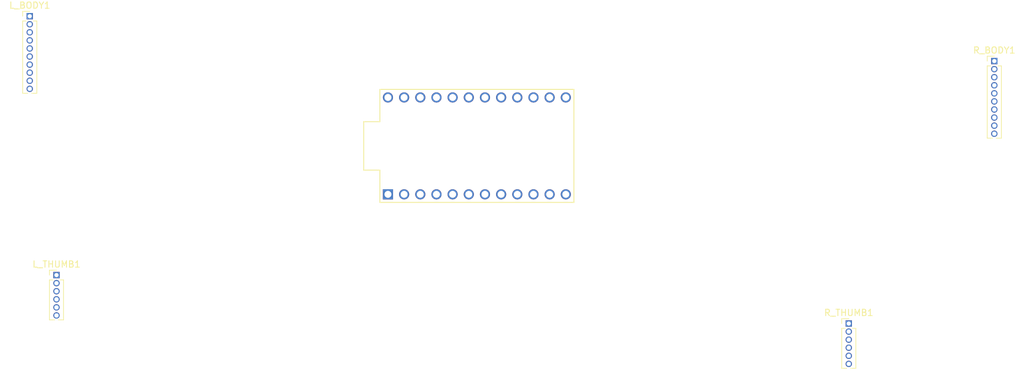
<source format=kicad_pcb>
(kicad_pcb (version 20211014) (generator pcbnew)
  (layers (0 "F.Cu" signal) (31 "B.Cu" signal) (34 "B.Paste" user) (35 "F.Paste" user) (36 "B.SilkS" user "B.Silkscreen") (37 "F.SilkS" user "F.Silkscreen") (38 "B.Mask" user) (39 "F.Mask" user) (44 "Edge.Cuts" user))
  (net 0 "")
  (net 1 "/D3")
  (net 2 "/D2")
  (net 3 "/D1")
  (net 4 "/D0")
  (net 5 "/D4")
  (net 6 "/C6")
  (net 7 "/D7")
  (net 8 "/E6")
  (net 9 "/B4")
  (net 10 "/B5")
  (net 11 "/F5")
  (net 12 "/B6")
  (net 13 "/B2")
  (net 14 "/B3")
  (net 15 "/B1")
  (net 16 "/F7")
  (net 17 "/F6")
  (net 20 "/RAW")
  (net 21 "GNDREF")
  (net 22 "/RES")
  (net 23 "/VCC")
  (net 24 "/F4")
  (footprint "Connector_PinHeader_1.27mm:PinHeader_1x10_P1.27mm_Vertical" (layer "F.Cu") (at 223.52 93.335)
    (fp_text reference "R_BODY1" (at 0 -1.695) (layer "F.SilkS"))
    (fp_text value "Conn_01x10")
    (fp_line (start -1.11 0) (end -1.11 -0.76) (layer "F.SilkS") (width 0.12))
    (fp_line (start 0.563471 0.76) (end 1.11 0.76) (layer "F.SilkS") (width 0.12))
    (fp_line (start 1.11 0.76) (end 1.11 12.125) (layer "F.SilkS") (width 0.12))
    (fp_line (start -1.11 12.125) (end -0.30753 12.125) (layer "F.SilkS") (width 0.12))
    (fp_line (start 0.30753 12.125) (end 1.11 12.125) (layer "F.SilkS") (width 0.12))
    (fp_line (start -1.11 -0.76) (end 0 -0.76) (layer "F.SilkS") (width 0.12))
    (fp_line (start -1.11 0.76) (end -0.563471 0.76) (layer "F.SilkS") (width 0.12))
    (fp_line (start -1.11 0.76) (end -1.11 12.125) (layer "F.SilkS") (width 0.12))
    (pad "1" thru_hole rect (at 0 0) (size 1 1) (drill 0.65) (layers *.Cu *.Mask) (net 1 "/D3"))
    (pad "2" thru_hole oval (at 0 1.27) (size 1 1) (drill 0.65) (layers *.Cu *.Mask) (net 2 "/D2"))
    (pad "3" thru_hole oval (at 0 2.54) (size 1 1) (drill 0.65) (layers *.Cu *.Mask) (net 3 "/D1"))
    (pad "4" thru_hole oval (at 0 3.81) (size 1 1) (drill 0.65) (layers *.Cu *.Mask) (net 4 "/D0"))
    (pad "5" thru_hole oval (at 0 5.08) (size 1 1) (drill 0.65) (layers *.Cu *.Mask) (net 12 "/B6"))
    (pad "6" thru_hole oval (at 0 6.35) (size 1 1) (drill 0.65) (layers *.Cu *.Mask) (net 13 "/B2"))
    (pad "7" thru_hole oval (at 0 7.62) (size 1 1) (drill 0.65) (layers *.Cu *.Mask) (net 14 "/B3"))
    (pad "8" thru_hole oval (at 0 8.89) (size 1 1) (drill 0.65) (layers *.Cu *.Mask) (net 15 "/B1"))
    (pad "9" thru_hole oval (at 0 10.16) (size 1 1) (drill 0.65) (layers *.Cu *.Mask) (net 16 "/F7"))
    (pad "10" thru_hole oval (at 0 11.43) (size 1 1) (drill 0.65) (layers *.Cu *.Mask) (net 17 "/F6"))
  )
  (footprint "Connector_PinHeader_1.27mm:PinHeader_1x10_P1.27mm_Vertical" (layer "F.Cu") (at 72 86.275)
    (fp_text reference "L_BODY1" (at 0 -1.695) (layer "F.SilkS"))
    (fp_text value "Conn_01x10")
    (fp_line (start -1.11 0.76) (end -1.11 12.125) (layer "F.SilkS") (width 0.12))
    (fp_line (start -1.11 0) (end -1.11 -0.76) (layer "F.SilkS") (width 0.12))
    (fp_line (start 0.563471 0.76) (end 1.11 0.76) (layer "F.SilkS") (width 0.12))
    (fp_line (start -1.11 -0.76) (end 0 -0.76) (layer "F.SilkS") (width 0.12))
    (fp_line (start -1.11 0.76) (end -0.563471 0.76) (layer "F.SilkS") (width 0.12))
    (fp_line (start 1.11 0.76) (end 1.11 12.125) (layer "F.SilkS") (width 0.12))
    (fp_line (start 0.30753 12.125) (end 1.11 12.125) (layer "F.SilkS") (width 0.12))
    (fp_line (start -1.11 12.125) (end -0.30753 12.125) (layer "F.SilkS") (width 0.12))
    (pad "1" thru_hole rect (at 0 0) (size 1 1) (drill 0.65) (layers *.Cu *.Mask) (net 1 "/D3"))
    (pad "2" thru_hole oval (at 0 1.27) (size 1 1) (drill 0.65) (layers *.Cu *.Mask) (net 2 "/D2"))
    (pad "3" thru_hole oval (at 0 2.54) (size 1 1) (drill 0.65) (layers *.Cu *.Mask) (net 3 "/D1"))
    (pad "4" thru_hole oval (at 0 3.81) (size 1 1) (drill 0.65) (layers *.Cu *.Mask) (net 4 "/D0"))
    (pad "5" thru_hole oval (at 0 5.08) (size 1 1) (drill 0.65) (layers *.Cu *.Mask) (net 5 "/D4"))
    (pad "6" thru_hole oval (at 0 6.35) (size 1 1) (drill 0.65) (layers *.Cu *.Mask) (net 6 "/C6"))
    (pad "7" thru_hole oval (at 0 7.62) (size 1 1) (drill 0.65) (layers *.Cu *.Mask) (net 7 "/D7"))
    (pad "8" thru_hole oval (at 0 8.89) (size 1 1) (drill 0.65) (layers *.Cu *.Mask) (net 8 "/E6"))
    (pad "9" thru_hole oval (at 0 10.16) (size 1 1) (drill 0.65) (layers *.Cu *.Mask) (net 9 "/B4"))
    (pad "10" thru_hole oval (at 0 11.43) (size 1 1) (drill 0.65) (layers *.Cu *.Mask) (net 10 "/B5"))
  )
  (footprint "Connector_PinHeader_1.27mm:PinHeader_1x06_P1.27mm_Vertical" (layer "F.Cu") (at 76.2 127)
    (fp_text reference "L_THUMB1" (at 0 -1.695) (layer "F.SilkS"))
    (fp_text value "Conn_01x06")
    (fp_line (start -1.11 0.76) (end -1.11 7.045) (layer "F.SilkS") (width 0.12))
    (fp_line (start -1.11 0.76) (end -0.563471 0.76) (layer "F.SilkS") (width 0.12))
    (fp_line (start -1.11 0) (end -1.11 -0.76) (layer "F.SilkS") (width 0.12))
    (fp_line (start -1.11 7.045) (end -0.30753 7.045) (layer "F.SilkS") (width 0.12))
    (fp_line (start 0.30753 7.045) (end 1.11 7.045) (layer "F.SilkS") (width 0.12))
    (fp_line (start 0.563471 0.76) (end 1.11 0.76) (layer "F.SilkS") (width 0.12))
    (fp_line (start -1.11 -0.76) (end 0 -0.76) (layer "F.SilkS") (width 0.12))
    (fp_line (start 1.11 0.76) (end 1.11 7.045) (layer "F.SilkS") (width 0.12))
    (pad "1" thru_hole rect (at 0 0) (size 1 1) (drill 0.65) (layers *.Cu *.Mask) (net 5 "/D4"))
    (pad "2" thru_hole oval (at 0 1.27) (size 1 1) (drill 0.65) (layers *.Cu *.Mask) (net 6 "/C6"))
    (pad "3" thru_hole oval (at 0 2.54) (size 1 1) (drill 0.65) (layers *.Cu *.Mask) (net 7 "/D7"))
    (pad "4" thru_hole oval (at 0 3.81) (size 1 1) (drill 0.65) (layers *.Cu *.Mask) (net 8 "/E6"))
    (pad "5" thru_hole oval (at 0 5.08) (size 1 1) (drill 0.65) (layers *.Cu *.Mask) (net 9 "/B4"))
    (pad "6" thru_hole oval (at 0 6.35) (size 1 1) (drill 0.65) (layers *.Cu *.Mask) (net 11 "/F5"))
  )
  (footprint "promicro:ProMicro-EnforcedTop" (layer "F.Cu") (at 142.24 106.68)
    (fp_text reference "PRO_MICRO1" hide)
    (fp_text value "Conn_02x12_Top_Bottom")
    (fp_line (start -17.78 3.81) (end -17.78 -3.81) (layer "F.SilkS") (width 0.15))
    (fp_line (start -15.24 -8.89) (end 15.24 -8.89) (layer "F.SilkS") (width 0.15))
    (fp_line (start -15.24 3.81) (end -17.78 3.81) (layer "F.SilkS") (width 0.15))
    (fp_line (start -15.24 8.89) (end -15.24 3.81) (layer "F.SilkS") (width 0.15))
    (fp_line (start -15.24 -3.81) (end -15.24 -8.89) (layer "F.SilkS") (width 0.15))
    (fp_line (start -15.24 8.89) (end 15.24 8.89) (layer "F.SilkS") (width 0.15))
    (fp_line (start -17.78 -3.81) (end -15.24 -3.81) (layer "F.SilkS") (width 0.15))
    (fp_line (start 15.24 -8.89) (end 15.24 8.89) (layer "F.SilkS") (width 0.15))
    (pad "1" thru_hole rect locked (at -13.97 7.62) (size 1.6 1.6) (drill 1.1) (layers *.Cu "B.Mask") (net 1 "/D3"))
    (pad "2" thru_hole circle locked (at -11.43 7.62) (size 1.6 1.6) (drill 1.1) (layers *.Cu "B.Mask") (net 2 "/D2"))
    (pad "3" thru_hole circle locked (at -8.89 7.62) (size 1.6 1.6) (drill 1.1) (layers *.Cu "B.Mask"))
    (pad "4" thru_hole circle locked (at -6.35 7.62) (size 1.6 1.6) (drill 1.1) (layers *.Cu "B.Mask"))
    (pad "5" thru_hole circle locked (at -3.81 7.62) (size 1.6 1.6) (drill 1.1) (layers *.Cu "B.Mask") (net 3 "/D1"))
    (pad "6" thru_hole circle locked (at -1.27 7.62) (size 1.6 1.6) (drill 1.1) (layers *.Cu "B.Mask") (net 4 "/D0"))
    (pad "7" thru_hole circle locked (at 1.27 7.62) (size 1.6 1.6) (drill 1.1) (layers *.Cu "B.Mask") (net 5 "/D4"))
    (pad "8" thru_hole circle locked (at 3.81 7.62) (size 1.6 1.6) (drill 1.1) (layers *.Cu "B.Mask") (net 6 "/C6"))
    (pad "9" thru_hole circle locked (at 6.35 7.62) (size 1.6 1.6) (drill 1.1) (layers *.Cu "B.Mask") (net 7 "/D7"))
    (pad "10" thru_hole circle locked (at 8.89 7.62) (size 1.6 1.6) (drill 1.1) (layers *.Cu "B.Mask") (net 8 "/E6"))
    (pad "11" thru_hole circle locked (at 11.43 7.62) (size 1.6 1.6) (drill 1.1) (layers *.Cu "B.Mask") (net 9 "/B4"))
    (pad "12" thru_hole circle locked (at 13.97 7.62) (size 1.6 1.6) (drill 1.1) (layers *.Cu "B.Mask") (net 10 "/B5"))
    (pad "13" thru_hole circle locked (at 13.97 -7.62) (size 1.6 1.6) (drill 1.1) (layers *.Cu "B.Mask") (net 20 "/RAW"))
    (pad "14" thru_hole circle locked (at 11.43 -7.62) (size 1.6 1.6) (drill 1.1) (layers *.Cu "B.Mask") (net 21 "GNDREF"))
    (pad "15" thru_hole circle locked (at 8.89 -7.62) (size 1.6 1.6) (drill 1.1) (layers *.Cu "B.Mask") (net 22 "/RES"))
    (pad "16" thru_hole circle locked (at 6.35 -7.62) (size 1.6 1.6) (drill 1.1) (layers *.Cu "B.Mask") (net 23 "/VCC"))
    (pad "17" thru_hole circle locked (at 3.81 -7.62) (size 1.6 1.6) (drill 1.1) (layers *.Cu "B.Mask") (net 24 "/F4"))
    (pad "18" thru_hole circle locked (at 1.27 -7.62) (size 1.6 1.6) (drill 1.1) (layers *.Cu "B.Mask") (net 11 "/F5"))
    (pad "19" thru_hole circle locked (at -1.27 -7.62) (size 1.6 1.6) (drill 1.1) (layers *.Cu "B.Mask") (net 17 "/F6"))
    (pad "20" thru_hole circle locked (at -3.81 -7.62) (size 1.6 1.6) (drill 1.1) (layers *.Cu "B.Mask") (net 16 "/F7"))
    (pad "21" thru_hole circle locked (at -6.35 -7.62) (size 1.6 1.6) (drill 1.1) (layers *.Cu "B.Mask") (net 15 "/B1"))
    (pad "22" thru_hole circle locked (at -8.89 -7.62) (size 1.6 1.6) (drill 1.1) (layers *.Cu "B.Mask") (net 14 "/B3"))
    (pad "23" thru_hole circle locked (at -11.43 -7.62) (size 1.6 1.6) (drill 1.1) (layers *.Cu "B.Mask") (net 13 "/B2"))
    (pad "24" thru_hole circle locked (at -13.97 -7.62) (size 1.6 1.6) (drill 1.1) (layers *.Cu "B.Mask") (net 12 "/B6"))
  )
  (footprint "Connector_PinHeader_1.27mm:PinHeader_1x06_P1.27mm_Vertical" (layer "F.Cu") (at 200.66 134.62)
    (fp_text reference "R_THUMB1" (at 0 -1.695) (layer "F.SilkS"))
    (fp_text value "Conn_01x06")
    (fp_line (start -1.11 0.76) (end -1.11 7.045) (layer "F.SilkS") (width 0.12))
    (fp_line (start 0.563471 0.76) (end 1.11 0.76) (layer "F.SilkS") (width 0.12))
    (fp_line (start -1.11 0.76) (end -0.563471 0.76) (layer "F.SilkS") (width 0.12))
    (fp_line (start 1.11 0.76) (end 1.11 7.045) (layer "F.SilkS") (width 0.12))
    (fp_line (start -1.11 0) (end -1.11 -0.76) (layer "F.SilkS") (width 0.12))
    (fp_line (start -1.11 -0.76) (end 0 -0.76) (layer "F.SilkS") (width 0.12))
    (fp_line (start 0.30753 7.045) (end 1.11 7.045) (layer "F.SilkS") (width 0.12))
    (fp_line (start -1.11 7.045) (end -0.30753 7.045) (layer "F.SilkS") (width 0.12))
    (pad "1" thru_hole rect (at 0 0) (size 1 1) (drill 0.65) (layers *.Cu *.Mask) (net 12 "/B6"))
    (pad "2" thru_hole oval (at 0 1.27) (size 1 1) (drill 0.65) (layers *.Cu *.Mask) (net 13 "/B2"))
    (pad "3" thru_hole oval (at 0 2.54) (size 1 1) (drill 0.65) (layers *.Cu *.Mask) (net 14 "/B3"))
    (pad "4" thru_hole oval (at 0 3.81) (size 1 1) (drill 0.65) (layers *.Cu *.Mask) (net 15 "/B1"))
    (pad "5" thru_hole oval (at 0 5.08) (size 1 1) (drill 0.65) (layers *.Cu *.Mask) (net 16 "/F7"))
    (pad "6" thru_hole oval (at 0 6.35) (size 1 1) (drill 0.65) (layers *.Cu *.Mask) (net 11 "/F5"))
  )
)
</source>
